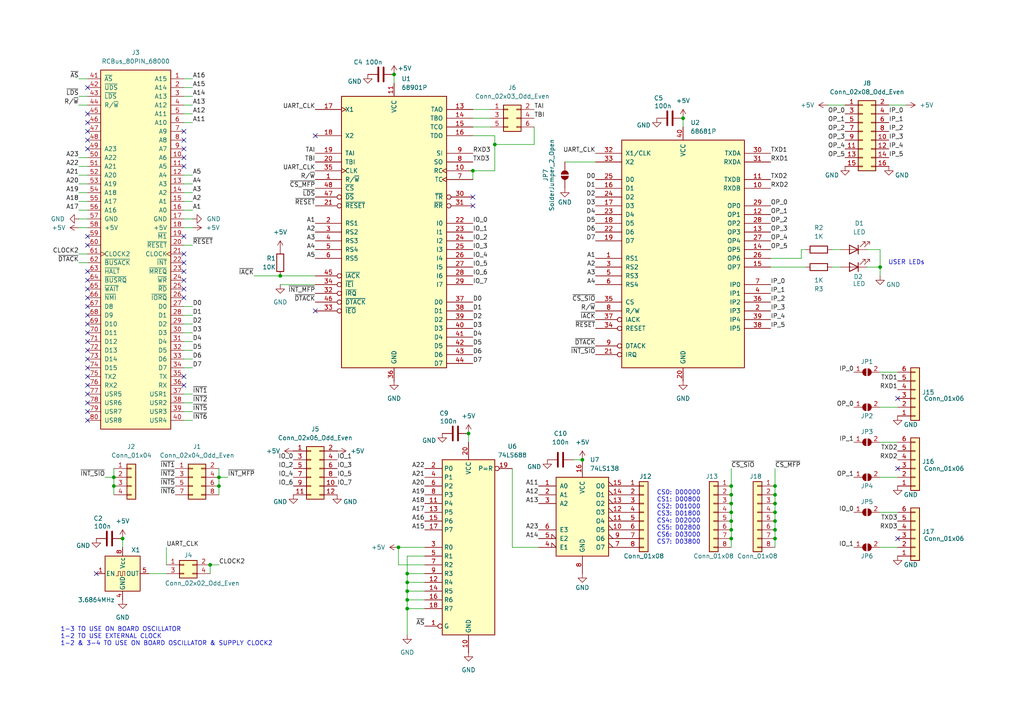
<source format=kicad_sch>
(kicad_sch (version 20250114) (generator "eeschema") (generator_version "9.0")
  (paper "A4")
  (title_block (title "Serial I/O Timer Board") (date "2025-12-10") (rev "1") (comment 1 "SAME ADDRESS RANGE AS THE SIO BOARD") (comment 2 "ADDRESS RANGE: $D00000..$D03FFF"))
  (text "USER LEDs" (at 262.89 76.2 0) (effects (font (size 1.27 1.27))))
  (text "1-3 TO USE ON BOARD OSCILLATOR\n1-2 TO USE EXTERNAL CLOCK\n1-2 & 3-4 TO USE ON BOARD OSCILLATOR & SUPPLY CLOCK2" (at 17.526 184.658 0) (effects (font (size 1.27 1.27)) (justify left)))
  (text "CS0: D00000\nCS1: D00800\nCS2: D01000\nCS3: D01800\nCS4: D02000\nCS5: D02800\nCS6: D03000\nCS7: D03800" (at 196.85 150.114 0) (effects (font (size 1.27 1.27))))
  (junction (at 33.02 140.97))
  (junction (at 212.09 146.05))
  (junction (at 224.79 143.51))
  (junction (at 212.09 143.51))
  (junction (at 60.96 163.83))
  (junction (at 212.09 140.97))
  (junction (at 118.11 176.53))
  (junction (at 168.91 133.35))
  (junction (at 224.79 153.67))
  (junction (at 224.79 156.21))
  (junction (at 224.79 140.97))
  (junction (at 224.79 148.59))
  (junction (at 224.79 146.05))
  (junction (at 135.89 125.73))
  (junction (at 137.16 49.53))
  (junction (at 143.51 41.91))
  (junction (at 118.11 173.99))
  (junction (at 212.09 151.13))
  (junction (at 81.28 80.01))
  (junction (at 224.79 151.13))
  (junction (at 114.3 21.59))
  (junction (at 63.5 138.43))
  (junction (at 255.27 77.47))
  (junction (at 118.11 168.91))
  (junction (at 118.11 166.37))
  (junction (at 33.02 138.43))
  (junction (at 63.5 140.97))
  (junction (at 212.09 156.21))
  (junction (at 212.09 148.59))
  (junction (at 118.11 171.45))
  (junction (at 35.56 156.21))
  (junction (at 115.57 158.75))
  (junction (at 212.09 153.67))
  (junction (at 198.12 34.29))
  (no_connect (at 25.4 109.22))
  (no_connect (at 25.4 33.02))
  (no_connect (at 53.34 40.64))
  (no_connect (at 53.34 81.28))
  (no_connect (at 25.4 78.74))
  (no_connect (at 25.4 35.56))
  (no_connect (at 137.16 59.69))
  (no_connect (at 25.4 121.92))
  (no_connect (at 91.44 39.37))
  (no_connect (at 53.34 109.22))
  (no_connect (at 53.34 111.76))
  (no_connect (at 25.4 88.9))
  (no_connect (at 25.4 104.14))
  (no_connect (at 53.34 38.1))
  (no_connect (at 25.4 91.44))
  (no_connect (at 260.35 135.89))
  (no_connect (at 53.34 45.72))
  (no_connect (at 25.4 111.76))
  (no_connect (at 25.4 99.06))
  (no_connect (at 25.4 81.28))
  (no_connect (at 25.4 68.58))
  (no_connect (at 53.34 48.26))
  (no_connect (at 25.4 119.38))
  (no_connect (at 53.34 86.36))
  (no_connect (at 25.4 93.98))
  (no_connect (at 27.94 166.37))
  (no_connect (at 53.34 78.74))
  (no_connect (at 25.4 96.52))
  (no_connect (at 260.35 115.57))
  (no_connect (at 53.34 73.66))
  (no_connect (at 53.34 76.2))
  (no_connect (at 260.35 156.21))
  (no_connect (at 25.4 116.84))
  (no_connect (at 25.4 25.4))
  (no_connect (at 25.4 114.3))
  (no_connect (at 25.4 106.68))
  (no_connect (at 91.44 90.17))
  (no_connect (at 25.4 38.1))
  (no_connect (at 53.34 68.58))
  (no_connect (at 53.34 83.82))
  (no_connect (at 25.4 83.82))
  (no_connect (at 25.4 43.18))
  (no_connect (at 25.4 71.12))
  (no_connect (at 25.4 101.6))
  (no_connect (at 25.4 86.36))
  (no_connect (at 53.34 43.18))
  (no_connect (at 25.4 40.64))
  (no_connect (at 137.16 57.15))
  (wire (pts (xy 232.41 74.93) (xy 232.41 72.39)))
  (wire (pts (xy 55.88 22.86) (xy 53.34 22.86)))
  (wire (pts (xy 33.02 138.43) (xy 33.02 140.97)))
  (wire (pts (xy 223.52 74.93) (xy 232.41 74.93)))
  (wire (pts (xy 114.3 21.59) (xy 114.3 24.13)))
  (wire (pts (xy 22.86 50.8) (xy 25.4 50.8)))
  (wire (pts (xy 30.48 138.43) (xy 33.02 138.43)))
  (wire (pts (xy 212.09 153.67) (xy 212.09 156.21)))
  (wire (pts (xy 232.41 72.39) (xy 233.68 72.39)))
  (wire (pts (xy 118.11 173.99) (xy 118.11 176.53)))
  (wire (pts (xy 137.16 36.83) (xy 142.24 36.83)))
  (wire (pts (xy 137.16 39.37) (xy 143.51 39.37)))
  (wire (pts (xy 148.59 135.89) (xy 148.59 158.75)))
  (wire (pts (xy 255.27 128.27) (xy 260.35 128.27)))
  (wire (pts (xy 212.09 156.21) (xy 212.09 158.75)))
  (wire (pts (xy 154.94 41.91) (xy 154.94 36.83)))
  (wire (pts (xy 81.28 80.01) (xy 91.44 80.01)))
  (wire (pts (xy 118.11 161.29) (xy 118.11 166.37)))
  (wire (pts (xy 22.86 60.96) (xy 25.4 60.96)))
  (wire (pts (xy 53.34 91.44) (xy 55.88 91.44)))
  (wire (pts (xy 73.66 80.01) (xy 81.28 80.01)))
  (wire (pts (xy 55.88 121.92) (xy 53.34 121.92)))
  (wire (pts (xy 255.27 72.39) (xy 255.27 77.47)))
  (wire (pts (xy 22.86 73.66) (xy 25.4 73.66)))
  (wire (pts (xy 53.34 106.68) (xy 55.88 106.68)))
  (wire (pts (xy 212.09 143.51) (xy 212.09 146.05)))
  (wire (pts (xy 55.88 60.96) (xy 53.34 60.96)))
  (wire (pts (xy 55.88 53.34) (xy 53.34 53.34)))
  (wire (pts (xy 22.86 58.42) (xy 25.4 58.42)))
  (wire (pts (xy 143.51 41.91) (xy 154.94 41.91)))
  (wire (pts (xy 53.34 101.6) (xy 55.88 101.6)))
  (wire (pts (xy 224.79 135.89) (xy 224.79 140.97)))
  (wire (pts (xy 148.59 158.75) (xy 156.21 158.75)))
  (wire (pts (xy 55.88 30.48) (xy 53.34 30.48)))
  (wire (pts (xy 55.88 55.88) (xy 53.34 55.88)))
  (wire (pts (xy 55.88 119.38) (xy 53.34 119.38)))
  (wire (pts (xy 118.11 176.53) (xy 123.19 176.53)))
  (wire (pts (xy 63.5 140.97) (xy 63.5 143.51)))
  (wire (pts (xy 55.88 27.94) (xy 53.34 27.94)))
  (wire (pts (xy 224.79 156.21) (xy 224.79 158.75)))
  (wire (pts (xy 55.88 33.02) (xy 53.34 33.02)))
  (wire (pts (xy 255.27 158.75) (xy 260.35 158.75)))
  (wire (pts (xy 245.11 30.48) (xy 240.03 30.48)))
  (wire (pts (xy 115.57 158.75) (xy 123.19 158.75)))
  (wire (pts (xy 22.86 48.26) (xy 25.4 48.26)))
  (wire (pts (xy 118.11 171.45) (xy 123.19 171.45)))
  (wire (pts (xy 118.11 176.53) (xy 118.11 184.15)))
  (wire (pts (xy 135.89 125.73) (xy 135.89 128.27)))
  (wire (pts (xy 163.83 46.99) (xy 172.72 46.99)))
  (wire (pts (xy 53.34 104.14) (xy 55.88 104.14)))
  (wire (pts (xy 55.88 50.8) (xy 53.34 50.8)))
  (wire (pts (xy 33.02 140.97) (xy 33.02 143.51)))
  (wire (pts (xy 212.09 135.89) (xy 212.09 140.97)))
  (wire (pts (xy 22.86 30.48) (xy 25.4 30.48)))
  (wire (pts (xy 22.86 27.94) (xy 25.4 27.94)))
  (wire (pts (xy 143.51 49.53) (xy 137.16 49.53)))
  (wire (pts (xy 143.51 39.37) (xy 143.51 41.91)))
  (wire (pts (xy 55.88 58.42) (xy 53.34 58.42)))
  (wire (pts (xy 118.11 168.91) (xy 123.19 168.91)))
  (wire (pts (xy 224.79 153.67) (xy 224.79 156.21)))
  (wire (pts (xy 22.86 55.88) (xy 25.4 55.88)))
  (wire (pts (xy 123.19 161.29) (xy 118.11 161.29)))
  (wire (pts (xy 55.88 114.3) (xy 53.34 114.3)))
  (wire (pts (xy 22.86 22.86) (xy 25.4 22.86)))
  (wire (pts (xy 33.02 135.89) (xy 33.02 138.43)))
  (wire (pts (xy 22.86 45.72) (xy 25.4 45.72)))
  (wire (pts (xy 198.12 34.29) (xy 198.12 36.83)))
  (wire (pts (xy 251.46 77.47) (xy 255.27 77.47)))
  (wire (pts (xy 55.88 25.4) (xy 53.34 25.4)))
  (wire (pts (xy 48.26 158.75) (xy 48.26 163.83)))
  (wire (pts (xy 118.11 171.45) (xy 118.11 173.99)))
  (wire (pts (xy 255.27 138.43) (xy 260.35 138.43)))
  (wire (pts (xy 241.3 77.47) (xy 243.84 77.47)))
  (wire (pts (xy 212.09 140.97) (xy 212.09 143.51)))
  (wire (pts (xy 137.16 49.53) (xy 137.16 52.07)))
  (wire (pts (xy 137.16 31.75) (xy 142.24 31.75)))
  (wire (pts (xy 53.34 93.98) (xy 55.88 93.98)))
  (wire (pts (xy 223.52 77.47) (xy 233.68 77.47)))
  (wire (pts (xy 22.86 66.04) (xy 25.4 66.04)))
  (wire (pts (xy 35.56 156.21) (xy 35.56 158.75)))
  (wire (pts (xy 60.96 163.83) (xy 63.5 163.83)))
  (wire (pts (xy 118.11 166.37) (xy 118.11 168.91)))
  (wire (pts (xy 257.81 30.48) (xy 262.89 30.48)))
  (wire (pts (xy 118.11 173.99) (xy 123.19 173.99)))
  (wire (pts (xy 60.96 163.83) (xy 60.96 166.37)))
  (wire (pts (xy 251.46 72.39) (xy 255.27 72.39)))
  (wire (pts (xy 63.5 135.89) (xy 63.5 138.43)))
  (wire (pts (xy 224.79 151.13) (xy 224.79 153.67)))
  (wire (pts (xy 255.27 118.11) (xy 260.35 118.11)))
  (wire (pts (xy 22.86 53.34) (xy 25.4 53.34)))
  (wire (pts (xy 22.86 76.2) (xy 25.4 76.2)))
  (wire (pts (xy 81.28 82.55) (xy 91.44 82.55)))
  (wire (pts (xy 55.88 35.56) (xy 53.34 35.56)))
  (wire (pts (xy 118.11 168.91) (xy 118.11 171.45)))
  (wire (pts (xy 224.79 143.51) (xy 224.79 146.05)))
  (wire (pts (xy 53.34 99.06) (xy 55.88 99.06)))
  (wire (pts (xy 53.34 66.04) (xy 55.88 66.04)))
  (wire (pts (xy 212.09 151.13) (xy 212.09 153.67)))
  (wire (pts (xy 123.19 163.83) (xy 115.57 163.83)))
  (wire (pts (xy 22.86 63.5) (xy 25.4 63.5)))
  (wire (pts (xy 212.09 146.05) (xy 212.09 148.59)))
  (wire (pts (xy 115.57 163.83) (xy 115.57 158.75)))
  (wire (pts (xy 137.16 34.29) (xy 142.24 34.29)))
  (wire (pts (xy 55.88 71.12) (xy 53.34 71.12)))
  (wire (pts (xy 255.27 107.95) (xy 260.35 107.95)))
  (wire (pts (xy 143.51 41.91) (xy 143.51 49.53)))
  (wire (pts (xy 224.79 140.97) (xy 224.79 143.51)))
  (wire (pts (xy 241.3 72.39) (xy 243.84 72.39)))
  (wire (pts (xy 43.18 166.37) (xy 48.26 166.37)))
  (wire (pts (xy 53.34 96.52) (xy 55.88 96.52)))
  (wire (pts (xy 55.88 116.84) (xy 53.34 116.84)))
  (wire (pts (xy 53.34 63.5) (xy 55.88 63.5)))
  (wire (pts (xy 53.34 88.9) (xy 55.88 88.9)))
  (wire (pts (xy 212.09 148.59) (xy 212.09 151.13)))
  (wire (pts (xy 118.11 166.37) (xy 123.19 166.37)))
  (wire (pts (xy 224.79 146.05) (xy 224.79 148.59)))
  (wire (pts (xy 66.04 138.43) (xy 63.5 138.43)))
  (wire (pts (xy 224.79 148.59) (xy 224.79 151.13)))
  (wire (pts (xy 255.27 148.59) (xy 260.35 148.59)))
  (wire (pts (xy 63.5 138.43) (xy 63.5 140.97)))
  (wire (pts (xy 166.37 133.35) (xy 168.91 133.35)))
  (wire (pts (xy 255.27 77.47) (xy 255.27 80.01)))
  (label "TXD2" (at 260.35 130.81 180))
  (label "~{INT2}" (at 50.8 138.43 180))
  (label "RXD3" (at 260.35 153.67 180))
  (label "RXD2" (at 260.35 133.35 180))
  (label "IP_5" (at 257.81 45.72 0))
  (label "~{CS_MFP}" (at 91.44 54.61 180))
  (label "R{slash}~{W}" (at 91.44 52.07 180))
  (label "CLOCK2" (at 22.86 73.66 180))
  (label "A3" (at 91.44 69.85 180))
  (label "A4" (at 91.44 72.39 180))
  (label "IP_3" (at 257.81 40.64 0))
  (label "A3" (at 55.88 55.88 0))
  (label "IP_0" (at 247.65 107.95 180))
  (label "~{AS}" (at 22.86 22.86 180))
  (label "A11" (at 156.21 140.97 180))
  (label "~{INT_MFP}" (at 91.44 85.09 180))
  (label "~{INT5}" (at 50.8 140.97 180))
  (label "~{LDS}" (at 22.86 27.94 180))
  (label "D0" (at 55.88 88.9 0))
  (label "OP_2" (at 245.11 38.1 180))
  (label "A20" (at 123.19 140.97 180))
  (label "TXD2" (at 223.52 52.07 0))
  (label "A1" (at 172.72 74.93 180))
  (label "D3" (at 55.88 96.52 0))
  (label "IO_1" (at 137.16 67.31 0))
  (label "~{CS_MFP}" (at 224.79 135.89 0))
  (label "OP_1" (at 223.52 62.23 0))
  (label "D4" (at 55.88 99.06 0))
  (label "TBI" (at 154.94 34.29 0))
  (label "IP_2" (at 223.52 87.63 0))
  (label "D1" (at 172.72 54.61 180))
  (label "IO_3" (at 97.79 135.89 0))
  (label "OP_4" (at 245.11 43.18 180))
  (label "D5" (at 55.88 101.6 0))
  (label "R{slash}~{W}" (at 172.72 90.17 180))
  (label "IP_1" (at 223.52 85.09 0))
  (label "D2" (at 137.16 92.71 0))
  (label "~{DTACK}" (at 22.86 76.2 180))
  (label "A19" (at 123.19 143.51 180))
  (label "OP_1" (at 247.65 138.43 180))
  (label "A5" (at 91.44 74.93 180))
  (label "A12" (at 156.21 143.51 180))
  (label "IO_0" (at 247.65 148.59 180))
  (label "IP_4" (at 223.52 92.71 0))
  (label "OP_0" (at 245.11 33.02 180))
  (label "~{RESET}" (at 55.88 71.12 0))
  (label "TBI" (at 91.44 46.99 180))
  (label "~{DTACK}" (at 172.72 100.33 180))
  (label "D1" (at 137.16 90.17 0))
  (label "~{LDS}" (at 91.44 57.15 180))
  (label "~{RESET}" (at 91.44 59.69 180))
  (label "TAI" (at 91.44 44.45 180))
  (label "D6" (at 172.72 67.31 180))
  (label "RXD1" (at 223.52 46.99 0))
  (label "A17" (at 123.19 148.59 180))
  (label "A22" (at 123.19 135.89 180))
  (label "A2" (at 91.44 67.31 180))
  (label "~{IACK}" (at 73.66 80.01 180))
  (label "TXD1" (at 260.35 110.49 180))
  (label "IO_3" (at 137.16 72.39 0))
  (label "D7" (at 172.72 69.85 180))
  (label "A14" (at 156.21 156.21 180))
  (label "A15" (at 55.88 25.4 0))
  (label "A2" (at 55.88 58.42 0))
  (label "IO_6" (at 137.16 80.01 0))
  (label "OP_4" (at 223.52 69.85 0))
  (label "A17" (at 22.86 60.96 180))
  (label "D0" (at 172.72 52.07 180))
  (label "IP_2" (at 257.81 38.1 0))
  (label "IO_4" (at 85.09 138.43 180))
  (label "D6" (at 55.88 104.14 0))
  (label "TXD3" (at 137.16 46.99 0))
  (label "RXD3" (at 137.16 44.45 0))
  (label "A12" (at 55.88 33.02 0))
  (label "D4" (at 137.16 97.79 0))
  (label "A23" (at 22.86 45.72 180))
  (label "A14" (at 55.88 27.94 0))
  (label "A4" (at 172.72 82.55 180))
  (label "R{slash}~{W}" (at 22.86 30.48 180))
  (label "~{INT1}" (at 55.88 114.3 0))
  (label "A4" (at 55.88 53.34 0))
  (label "D5" (at 172.72 64.77 180))
  (label "IO_4" (at 137.16 74.93 0))
  (label "A18" (at 123.19 146.05 180))
  (label "A19" (at 22.86 55.88 180))
  (label "~{INT_SIO}" (at 30.48 138.43 180))
  (label "IO_0" (at 85.09 133.35 180))
  (label "D2" (at 55.88 93.98 0))
  (label "TXD1" (at 223.52 44.45 0))
  (label "OP_3" (at 223.52 67.31 0))
  (label "A3" (at 172.72 80.01 180))
  (label "A16" (at 123.19 151.13 180))
  (label "IP_1" (at 257.81 35.56 0))
  (label "A21" (at 22.86 50.8 180))
  (label "D1" (at 55.88 91.44 0))
  (label "UART_CLK" (at 91.44 49.53 180))
  (label "~{CS_SIO}" (at 172.72 87.63 180))
  (label "D5" (at 137.16 100.33 0))
  (label "~{INT1}" (at 50.8 135.89 180))
  (label "IO_1" (at 247.65 158.75 180))
  (label "A20" (at 22.86 53.34 180))
  (label "A1" (at 91.44 64.77 180))
  (label "D2" (at 172.72 57.15 180))
  (label "OP_1" (at 245.11 35.56 180))
  (label "D0" (at 137.16 87.63 0))
  (label "A21" (at 123.19 138.43 180))
  (label "OP_5" (at 223.52 72.39 0))
  (label "D3" (at 137.16 95.25 0))
  (label "OP_3" (at 245.11 40.64 180))
  (label "D6" (at 137.16 102.87 0))
  (label "A15" (at 123.19 153.67 180))
  (label "IO_5" (at 137.16 77.47 0))
  (label "~{INT5}" (at 55.88 119.38 0))
  (label "~{INT_MFP}" (at 66.04 138.43 0))
  (label "~{RESET}" (at 172.72 95.25 180))
  (label "A2" (at 172.72 77.47 180))
  (label "RXD1" (at 260.35 113.03 180))
  (label "UART_CLK" (at 172.72 44.45 180))
  (label "TXD3" (at 260.35 151.13 180))
  (label "~{INT2}" (at 55.88 116.84 0))
  (label "OP_0" (at 247.65 118.11 180))
  (label "A22" (at 22.86 48.26 180))
  (label "~{INT6}" (at 55.88 121.92 0))
  (label "~{IACK}" (at 172.72 92.71 180))
  (label "IO_2" (at 85.09 135.89 180))
  (label "CLOCK2" (at 63.5 163.83 0))
  (label "TAI" (at 154.94 31.75 0))
  (label "RXD2" (at 223.52 54.61 0))
  (label "A18" (at 22.86 58.42 180))
  (label "UART_CLK" (at 48.26 158.75 0))
  (label "IP_1" (at 247.65 128.27 180))
  (label "OP_5" (at 245.11 45.72 180))
  (label "~{INT_SIO}" (at 172.72 102.87 180))
  (label "IO_7" (at 137.16 82.55 0))
  (label "A5" (at 55.88 50.8 0))
  (label "A11" (at 55.88 35.56 0))
  (label "IO_5" (at 97.79 138.43 0))
  (label "IP_0" (at 257.81 33.02 0))
  (label "IP_3" (at 223.52 90.17 0))
  (label "~{AS}" (at 123.19 181.61 180))
  (label "A1" (at 55.88 60.96 0))
  (label "D7" (at 137.16 105.41 0))
  (label "IO_7" (at 97.79 140.97 0))
  (label "IO_6" (at 85.09 140.97 180))
  (label "A13" (at 55.88 30.48 0))
  (label "OP_0" (at 223.52 59.69 0))
  (label "IP_4" (at 257.81 43.18 0))
  (label "D4" (at 172.72 62.23 180))
  (label "IO_1" (at 97.79 133.35 0))
  (label "D7" (at 55.88 106.68 0))
  (label "IO_2" (at 137.16 69.85 0))
  (label "IO_0" (at 137.16 64.77 0))
  (label "IP_0" (at 223.52 82.55 0))
  (label "A13" (at 156.21 146.05 180))
  (label "OP_2" (at 223.52 64.77 0))
  (label "A16" (at 55.88 22.86 0))
  (label "~{INT6}" (at 50.8 143.51 180))
  (label "IP_5" (at 223.52 95.25 0))
  (label "~{DTACK}" (at 91.44 87.63 180))
  (label "A23" (at 156.21 153.67 180))
  (label "UART_CLK" (at 91.44 31.75 180))
  (label "~{CS_SIO}" (at 212.09 135.89 0))
  (label "D3" (at 172.72 59.69 180))
  (symbol (lib_id "Connector_Generic:Conn_01x06") (at 265.43 135.89 0) (mirror x) (unit 1)
    (property "Reference" "J16" (at 269.24 133.858 0))
    (property "Value" "Conn_01x06" (at 273.812 135.89 0))
    (property "Footprint" "Connector_PinSocket_2.54mm:PinSocket_1x06_P2.54mm_Horizontal" (effects (hide yes)))
    (property "Description" "Generic connector, single row, 01x06, right angle" (effects (hide yes)))
  )
  (symbol (lib_id "power:GND") (at 135.89 189.23 0) (unit 1)
    (property "Reference" "#PWR044" (effects (hide yes)))
    (property "Value" "GND" (at 135.89 194.31 0))
  )
  (symbol (lib_id "74xx:74LS138") (at 168.91 148.59 0) (unit 1)
    (property "Reference" "U7" (at 171.1041 133.35 0) (effects (justify left)))
    (property "Value" "74LS138" (at 171.1041 135.89 0) (effects (justify left)))
    (property "Footprint" "Package_DIP:DIP-16_W7.62mm_Socket" (effects (hide yes)))
    (property "Datasheet" "http://www.ti.com/lit/gpn/sn74LS138" (effects (hide yes)))
    (property "Description" "Decoder 3 to 8 active low outputs" (effects (hide yes)))
  )
  (symbol (lib_id "Device:LED") (at 247.65 72.39 180) (unit 1)
    (property "Reference" "D1" (at 249.2375 64.77 0))
    (property "Value" "LED" (at 249.2375 67.31 0))
    (property "Footprint" "LED_THT:LED_D3.0mm" (effects (hide yes)))
    (property "Description" "Light emitting diode" (effects (hide yes)))
    (property "Sim.Pins" "1=K 2=A" (effects (hide yes)))
  )
  (symbol (lib_id "power:GND") (at 257.81 48.26 0) (unit 1)
    (property "Reference" "#PWR033" (effects (hide yes)))
    (property "Value" "GND" (at 261.62 50.8 0))
  )
  (symbol (lib_id "power:GND") (at 255.27 80.01 0) (unit 1)
    (property "Reference" "#PWR031" (effects (hide yes)))
    (property "Value" "GND" (at 259.08 82.55 0))
  )
  (symbol (lib_id "power:GND") (at 27.94 156.21 0) (mirror y) (unit 1)
    (property "Reference" "#PWR04" (effects (hide yes)))
    (property "Value" "GND" (at 24.13 158.242 0))
    (property "Description" "Power symbol creates a global label with name \"GND\" , ground" (effects (hide yes)))
  )
  (symbol (lib_id "Jumper:SolderJumper_2_Open") (at 251.46 107.95 0) (unit 1)
    (property "Reference" "JP1" (at 251.46 104.902 0))
    (property "Value" "SolderJumper" (effects (hide yes)))
    (property "Footprint" "Jumper:SolderJumper-2_P1.3mm_Open_Pad1.0x1.5mm" (effects (hide yes)))
    (property "Description" "Solder Jumper, 2-pole, open" (effects (hide yes)))
  )
  (symbol (lib_id "Device:C") (at 162.56 133.35 90) (unit 1)
    (property "Reference" "C10" (at 162.56 125.73 90))
    (property "Value" "100n" (at 162.56 128.27 90))
    (property "Footprint" "Capacitor_THT:C_Disc_D5.0mm_W2.5mm_P2.50mm" (effects (hide yes)))
    (property "Description" "Unpolarized ceramic capacitor" (effects (hide yes)))
  )
  (symbol (lib_id "power:GND") (at 85.09 143.51 0) (mirror y) (unit 1)
    (property "Reference" "#PWR012" (effects (hide yes)))
    (property "Value" "GND" (at 81.28 145.542 0))
    (property "Description" "Power symbol creates a global label with name \"GND\" , ground" (effects (hide yes)))
  )
  (symbol (lib_name "SolderJumper_2_Open_1") (lib_id "Jumper:SolderJumper_2_Open") (at 163.83 50.8 90) (unit 1) (in_bom no)
    (property "Reference" "JP7" (at 158.242 50.8 0))
    (property "Value" "SolderJumper_2_Open" (at 160.02 50.8 0))
    (property "Footprint" "Jumper:SolderJumper-2_P1.3mm_Open_Pad1.0x1.5mm" (effects (hide yes)))
    (property "Description" "Solder Jumper, 2-pole, open" (effects (hide yes)))
  )
  (symbol (lib_id "power:GND") (at 190.5 34.29 0) (mirror y) (unit 1)
    (property "Reference" "#PWR024" (effects (hide yes)))
    (property "Value" "GND" (at 186.69 36.322 0))
    (property "Description" "Power symbol creates a global label with name \"GND\" , ground" (effects (hide yes)))
  )
  (symbol (lib_id "power:GND") (at 106.68 21.59 0) (mirror y) (unit 1)
    (property "Reference" "#PWR023" (effects (hide yes)))
    (property "Value" "GND" (at 102.87 23.622 0))
    (property "Description" "Power symbol creates a global label with name \"GND\" , ground" (effects (hide yes)))
  )
  (symbol (lib_id "Connector_Generic:Conn_01x04") (at 38.1 138.43 0) (unit 1)
    (property "Reference" "J2" (at 36.83 129.54 0) (effects (justify left)))
    (property "Value" "Conn_01x04" (at 32.258 132.08 0) (effects (justify left)))
    (property "Footprint" "Connector_PinHeader_2.54mm:PinHeader_1x04_P2.54mm_Vertical" (effects (hide yes)))
    (property "Description" "Generic connector, single row, 01x04, script generated (kicad-library-utils/schlib/autogen/connector/)" (effects (hide yes)))
  )
  (symbol (lib_id "Connector_Generic:Conn_02x03_Odd_Even") (at 147.32 34.29 0) (unit 1)
    (property "Reference" "J6" (at 148.59 25.4 0))
    (property "Value" "Conn_02x03_Odd_Even" (at 148.59 27.94 0))
    (property "Footprint" "Connector_PinHeader_2.54mm:PinHeader_2x03_P2.54mm_Horizontal" (effects (hide yes)))
    (property "Description" "Generic connector, double row, 02x03, odd/even pin numbering scheme (row 1 odd numbers, row 2 even numbers), script generated (kicad-library-utils/schlib/autogen/connector/)" (effects (hide yes)))
  )
  (symbol (lib_id "MyLibrary2023:68901P") (at 114.3 67.31 0) (unit 1)
    (property "Reference" "U1" (at 116.4433 22.86 0) (effects (justify left)))
    (property "Value" "68901P" (at 116.4433 25.4 0) (effects (justify left)))
    (property "Footprint" "Package_DIP:DIP-48_W15.24mm" (effects (hide yes)))
    (property "Description" "Parallel Interface" (effects (hide yes)))
  )
  (symbol (lib_id "power:+5V") (at 85.09 130.81 90) (mirror x) (unit 1)
    (property "Reference" "#PWR011" (effects (hide yes)))
    (property "Value" "+5V" (at 81.28 130.81 90) (effects (justify left)))
  )
  (symbol (lib_id "Device:C") (at 110.49 21.59 90) (unit 1)
    (property "Reference" "C4" (at 103.886 18.034 90))
    (property "Value" "100n" (at 108.458 18.034 90))
    (property "Footprint" "Capacitor_THT:C_Disc_D5.0mm_W2.5mm_P2.50mm" (effects (hide yes)))
    (property "Description" "Unpolarized ceramic capacitor" (effects (hide yes)))
  )
  (symbol (lib_id "Jumper:SolderJumper_2_Open") (at 251.46 148.59 0) (unit 1)
    (property "Reference" "JP5" (at 251.46 145.542 0))
    (property "Value" "SolderJumper" (effects (hide yes)))
    (property "Footprint" "Jumper:SolderJumper-2_P1.3mm_Open_Pad1.0x1.5mm" (effects (hide yes)))
    (property "Description" "Solder Jumper, 2-pole, open" (effects (hide yes)))
  )
  (symbol (lib_id "power:+5V") (at 81.28 72.39 0) (mirror y) (unit 1)
    (property "Reference" "#PWR018" (effects (hide yes)))
    (property "Value" "+5V" (at 81.28 67.31 0))
  )
  (symbol (lib_id "Jumper:SolderJumper_2_Open") (at 251.46 158.75 0) (unit 1)
    (property "Reference" "JP6" (at 251.46 161.29 0))
    (property "Value" "SolderJumper" (effects (hide yes)))
    (property "Footprint" "Jumper:SolderJumper-2_P1.3mm_Open_Pad1.0x1.5mm" (effects (hide yes)))
    (property "Description" "Solder Jumper, 2-pole, open" (effects (hide yes)))
  )
  (symbol (lib_id "power:GND") (at 55.88 63.5 90) (mirror x) (unit 1)
    (property "Reference" "#PWR09" (effects (hide yes)))
    (property "Value" "GND" (at 61.976 63.5 90))
    (property "Description" "Power symbol creates a global label with name \"GND\" , ground" (effects (hide yes)))
  )
  (symbol (lib_id "Device:C") (at 31.75 156.21 90) (unit 1)
    (property "Reference" "C2" (at 28.448 150.368 90))
    (property "Value" "100n" (at 29.718 152.654 90))
    (property "Footprint" "Capacitor_THT:C_Disc_D5.0mm_W2.5mm_P2.50mm" (effects (hide yes)))
    (property "Description" "Unpolarized ceramic capacitor" (effects (hide yes)))
  )
  (symbol (lib_id "Device:R") (at 81.28 76.2 180) (unit 1)
    (property "Reference" "R1" (at 80.01 74.93 0) (effects (justify left)))
    (property "Value" "10K" (at 80.01 77.47 0) (effects (justify left)))
    (property "Footprint" "Resistor_THT:R_Axial_DIN0207_L6.3mm_D2.5mm_P7.62mm_Horizontal" (effects (hide yes)))
  )
  (symbol (lib_id "Connector_Generic:Conn_02x04_Odd_Even") (at 55.88 138.43 0) (unit 1)
    (property "Reference" "J1" (at 57.15 129.54 0))
    (property "Value" "Conn_02x04_Odd_Even" (at 57.15 132.08 0))
    (property "Footprint" "MyLibrary2023:PinHeader_2x04_P2.54mm_Vertical" (effects (hide yes)))
    (property "Description" "Generic connector, double row, 02x04" (effects (hide yes)))
  )
  (symbol (lib_id "Device:R") (at 237.49 72.39 90) (unit 1)
    (property "Reference" "R2" (at 237.49 66.04 90))
    (property "Value" "1K" (at 237.49 68.58 90))
    (property "Footprint" "Resistor_THT:R_Axial_DIN0207_L6.3mm_D2.5mm_P7.62mm_Horizontal" (effects (hide yes)))
    (property "Description" "Resistor" (effects (hide yes)))
  )
  (symbol (lib_id "power:+5V") (at 114.3 21.59 0) (unit 1)
    (property "Reference" "#PWR025" (effects (hide yes)))
    (property "Value" "+5V" (at 117.348 19.812 0))
  )
  (symbol (lib_id "power:GND") (at 22.86 63.5 270) (mirror x) (unit 1)
    (property "Reference" "#PWR01" (effects (hide yes)))
    (property "Value" "GND" (at 16.764 63.5 90))
    (property "Description" "Power symbol creates a global label with name \"GND\" , ground" (effects (hide yes)))
  )
  (symbol (lib_id "Connector_Generic:Conn_02x06_Odd_Even") (at 90.17 135.89 0) (unit 1)
    (property "Reference" "J5" (at 91.44 124.46 0))
    (property "Value" "Conn_02x06_Odd_Even" (at 91.44 127 0))
    (property "Footprint" "Connector_PinHeader_2.54mm:PinHeader_2x06_P2.54mm_Horizontal" (effects (hide yes)))
    (property "Description" "Generic connector, double row, 02x06, odd/even pin numbering scheme (row 1 odd numbers, row 2 even numbers), script generated (kicad-library-utils/schlib/autogen/connector/)" (effects (hide yes)))
  )
  (symbol (lib_id "Device:LED") (at 247.65 77.47 180) (unit 1)
    (property "Reference" "D2" (at 248.92 80.264 0))
    (property "Value" "LED" (at 249.174 82.296 0))
    (property "Footprint" "LED_THT:LED_D3.0mm" (effects (hide yes)))
    (property "Description" "Light emitting diode" (effects (hide yes)))
    (property "Sim.Pins" "1=K 2=A" (effects (hide yes)))
  )
  (symbol (lib_id "power:GND") (at 163.83 54.61 0) (mirror y) (unit 1)
    (property "Reference" "#PWR020" (effects (hide yes)))
    (property "Value" "GND" (at 163.83 58.674 0))
    (property "Description" "Power symbol creates a global label with name \"GND\" , ground" (effects (hide yes)))
  )
  (symbol (lib_id "power:GND") (at 260.35 120.65 0) (unit 1)
    (property "Reference" "#PWR049" (effects (hide yes)))
    (property "Value" "GND" (at 264.16 123.19 0))
  )
  (symbol (lib_id "MyLibrary2023:68681P") (at 198.12 74.93 0) (unit 1)
    (property "Reference" "U2" (at 200.2633 35.56 0) (effects (justify left)))
    (property "Value" "68681P" (at 200.2633 38.1 0) (effects (justify left)))
    (property "Footprint" "Package_DIP:DIP-40_W15.24mm_Socket" (effects (hide yes)))
    (property "Description" "DUART" (effects (hide yes)))
  )
  (symbol (lib_id "power:GND") (at 128.27 125.73 0) (mirror y) (unit 1)
    (property "Reference" "#PWR042" (effects (hide yes)))
    (property "Value" "GND" (at 124.46 127.762 0))
    (property "Description" "Power symbol creates a global label with name \"GND\" , ground" (effects (hide yes)))
  )
  (symbol (lib_id "Connector_Generic:Conn_01x08") (at 207.01 148.59 0) (mirror y) (unit 1)
    (property "Reference" "J13" (at 208.28 138.176 0) (effects (justify left)))
    (property "Value" "Conn_01x08" (at 212.852 161.29 0) (effects (justify left)))
    (property "Footprint" "MyLibrary2023:PinHeader_1x08_P2.54mm_Vertical" (effects (hide yes)))
    (property "Description" "Generic connector, single row, 01x08" (effects (hide yes)))
  )
  (symbol (lib_id "Oscillator:CXO_DIP8") (at 35.56 166.37 0) (unit 1)
    (property "Reference" "X1" (at 39.37 159.512 0))
    (property "Value" "3.6864MHz" (at 27.94 173.99 0))
    (property "Footprint" "Oscillator:Oscillator_DIP-8" (effects (hide yes)))
    (property "Datasheet" "http://cdn-reichelt.de/documents/datenblatt/B400/OSZI.pdf" (effects (hide yes)))
    (property "Description" "Crystal Clock Oscillator, DIP8-style metal package" (effects (hide yes)))
  )
  (symbol (lib_id "power:+5V") (at 35.56 156.21 0) (unit 1)
    (property "Reference" "#PWR07" (effects (hide yes)))
    (property "Value" "+5V" (at 35.56 151.13 0))
  )
  (symbol (lib_id "Connector_Generic:Conn_02x02_Odd_Even") (at 53.34 163.83 0) (unit 1)
    (property "Reference" "J4" (at 54.61 161.036 0))
    (property "Value" "Conn_02x02_Odd_Even" (at 58.674 169.164 0))
    (property "Footprint" "Connector_PinHeader_2.54mm:PinHeader_2x02_P2.54mm_Vertical" (effects (hide yes)))
    (property "Description" "Generic connector, double row, 02x02" (effects (hide yes)))
  )
  (symbol (lib_id "power:+5V") (at 55.88 66.04 270) (mirror x) (unit 1)
    (property "Reference" "#PWR010" (effects (hide yes)))
    (property "Value" "+5V" (at 59.69 66.0399 90) (effects (justify left)))
    (property "Description" "Power symbol creates a global label with name \"+5V\"" (effects (hide yes)))
  )
  (symbol (lib_id "power:+5V") (at 198.12 34.29 0) (unit 1)
    (property "Reference" "#PWR027" (effects (hide yes)))
    (property "Value" "+5V" (at 198.12 29.21 0))
  )
  (symbol (lib_id "74xx:74LS688") (at 135.89 158.75 0) (unit 1)
    (property "Reference" "U6" (at 148.59 129.4698 0))
    (property "Value" "74LS688" (at 148.59 132.0098 0))
    (property "Footprint" "MyLibrary2023:DIP-20_W7.62mm_Socket" (effects (hide yes)))
    (property "Datasheet" "http://www.ti.com/lit/gpn/sn74LS688" (effects (hide yes)))
    (property "Description" "8-bit magnitude comparator" (effects (hide yes)))
  )
  (symbol (lib_id "power:GND") (at 260.35 161.29 0) (unit 1)
    (property "Reference" "#PWR051" (effects (hide yes)))
    (property "Value" "GND" (at 264.16 163.83 0))
  )
  (symbol (lib_id "MyLibrary2023:RCBus_80PIN_68000") (at 48.26 71.12 0) (mirror y) (unit 1)
    (property "Reference" "J3" (at 39.37 15.24 0))
    (property "Value" "RCBus_80PIN_68000" (at 39.37 17.78 0))
    (property "Footprint" "MyLibrary2023:RCBus_80p_Medium" (effects (hide yes)))
    (property "Description" "Generic connector, double row, 02x20, right angle" (effects (hide yes)))
  )
  (symbol (lib_id "power:+5V") (at 135.89 125.73 0) (unit 1)
    (property "Reference" "#PWR043" (effects (hide yes)))
    (property "Value" "+5V" (at 135.89 120.65 0))
  )
  (symbol (lib_id "power:GND") (at 158.75 133.35 0) (mirror y) (unit 1)
    (property "Reference" "#PWR045" (effects (hide yes)))
    (property "Value" "GND" (at 154.94 135.382 0))
    (property "Description" "Power symbol creates a global label with name \"GND\" , ground" (effects (hide yes)))
  )
  (symbol (lib_id "power:GND") (at 245.11 48.26 0) (mirror y) (unit 1)
    (property "Reference" "#PWR030" (effects (hide yes)))
    (property "Value" "GND" (at 241.3 50.8 0))
  )
  (symbol (lib_id "Connector_Generic:Conn_01x08") (at 186.69 148.59 0) (unit 1)
    (property "Reference" "J12" (at 185.42 138.176 0) (effects (justify left)))
    (property "Value" "Conn_01x08" (at 180.848 161.29 0) (effects (justify left)))
    (property "Footprint" "MyLibrary2023:PinHeader_1x08_P2.54mm_Vertical" (effects (hide yes)))
    (property "Description" "Generic connector, single row, 01x08" (effects (hide yes)))
  )
  (symbol (lib_id "power:GND") (at 97.79 143.51 0) (unit 1)
    (property "Reference" "#PWR015" (effects (hide yes)))
    (property "Value" "GND" (at 101.6 145.542 0))
    (property "Description" "Power symbol creates a global label with name \"GND\" , ground" (effects (hide yes)))
  )
  (symbol (lib_id "Jumper:SolderJumper_2_Open") (at 251.46 118.11 0) (unit 1)
    (property "Reference" "JP2" (at 251.46 120.65 0))
    (property "Value" "SolderJumper" (effects (hide yes)))
    (property "Footprint" "Jumper:SolderJumper-2_P1.3mm_Open_Pad1.0x1.5mm" (effects (hide yes)))
    (property "Description" "Solder Jumper, 2-pole, open" (effects (hide yes)))
  )
  (symbol (lib_id "Jumper:SolderJumper_2_Open") (at 251.46 138.43 0) (unit 1)
    (property "Reference" "JP4" (at 251.46 140.97 0))
    (property "Value" "SolderJumper" (effects (hide yes)))
    (property "Footprint" "Jumper:SolderJumper-2_P1.3mm_Open_Pad1.0x1.5mm" (effects (hide yes)))
    (property "Description" "Solder Jumper, 2-pole, open" (effects (hide yes)))
  )
  (symbol (lib_id "Device:C") (at 132.08 125.73 90) (unit 1)
    (property "Reference" "C9" (at 128.778 119.888 90))
    (property "Value" "100n" (at 130.048 122.174 90))
    (property "Footprint" "Capacitor_THT:C_Disc_D5.0mm_W2.5mm_P2.50mm" (effects (hide yes)))
    (property "Description" "Unpolarized ceramic capacitor" (effects (hide yes)))
  )
  (symbol (lib_id "power:GND") (at 81.28 82.55 0) (unit 1)
    (property "Reference" "#PWR019" (effects (hide yes)))
    (property "Value" "GND" (at 81.28 87.63 0))
  )
  (symbol (lib_id "Connector_Generic:Conn_02x08_Odd_Even") (at 250.19 38.1 0) (unit 1)
    (property "Reference" "J8" (at 251.46 24.13 0))
    (property "Value" "Conn_02x08_Odd_Even" (at 251.46 26.67 0))
    (property "Footprint" "Connector_PinHeader_2.54mm:PinHeader_2x08_P2.54mm_Horizontal" (effects (hide yes)))
    (property "Description" "Generic connector, double row, 02x08, odd/even pin numbering scheme (row 1 odd numbers, row 2 even numbers), script generated (kicad-library-utils/schlib/autogen/connector/)" (effects (hide yes)))
  )
  (symbol (lib_id "power:GND") (at 118.11 184.15 0) (unit 1)
    (property "Reference" "#PWR041" (effects (hide yes)))
    (property "Value" "GND" (at 118.11 189.23 0))
  )
  (symbol (lib_id "power:GND") (at 198.12 110.49 0) (unit 1)
    (property "Reference" "#PWR028" (effects (hide yes)))
    (property "Value" "GND" (at 198.12 115.57 0))
  )
  (symbol (lib_id "Device:C") (at 194.31 34.29 90) (unit 1)
    (property "Reference" "C5" (at 191.008 28.448 90))
    (property "Value" "100n" (at 192.278 30.734 90))
    (property "Footprint" "Capacitor_THT:C_Disc_D5.0mm_W2.5mm_P2.50mm" (effects (hide yes)))
    (property "Description" "Unpolarized ceramic capacitor" (effects (hide yes)))
  )
  (symbol (lib_id "Jumper:SolderJumper_2_Open") (at 251.46 128.27 0) (unit 1)
    (property "Reference" "JP3" (at 251.46 125.222 0))
    (property "Value" "SolderJumper" (effects (hide yes)))
    (property "Footprint" "Jumper:SolderJumper-2_P1.3mm_Open_Pad1.0x1.5mm" (effects (hide yes)))
    (property "Description" "Solder Jumper, 2-pole, open" (effects (hide yes)))
  )
  (symbol (lib_id "power:+5V") (at 22.86 66.04 90) (mirror x) (unit 1)
    (property "Reference" "#PWR02" (effects (hide yes)))
    (property "Value" "+5V" (at 19.05 66.0399 90) (effects (justify left)))
    (property "Description" "Power symbol creates a global label with name \"+5V\"" (effects (hide yes)))
  )
  (symbol (lib_id "power:GND") (at 114.3 110.49 0) (unit 1)
    (property "Reference" "#PWR026" (effects (hide yes)))
    (property "Value" "GND" (at 114.3 115.57 0))
  )
  (symbol (lib_id "Connector_Generic:Conn_01x06") (at 265.43 115.57 0) (mirror x) (unit 1)
    (property "Reference" "J15" (at 269.24 113.792 0))
    (property "Value" "Conn_01x06" (at 273.812 115.57 0))
    (property "Footprint" "Connector_PinSocket_2.54mm:PinSocket_1x06_P2.54mm_Horizontal" (effects (hide yes)))
    (property "Description" "Generic connector, single row, 01x06, right angle" (effects (hide yes)))
  )
  (symbol (lib_id "power:+5V") (at 240.03 30.48 90) (mirror x) (unit 1)
    (property "Reference" "#PWR029" (effects (hide yes)))
    (property "Value" "+5V" (at 236.22 30.48 90) (effects (justify left)))
  )
  (symbol (lib_id "power:GND") (at 168.91 166.37 0) (unit 1)
    (property "Reference" "#PWR047" (effects (hide yes)))
    (property "Value" "GND" (at 168.91 170.434 0))
  )
  (symbol (lib_id "power:+5V") (at 115.57 158.75 90) (unit 1)
    (property "Reference" "#PWR040" (effects (hide yes)))
    (property "Value" "+5V" (at 111.76 158.7499 90) (effects (justify left)))
  )
  (symbol (lib_id "Connector_Generic:Conn_01x06") (at 265.43 156.21 0) (mirror x) (unit 1)
    (property "Reference" "J17" (at 269.24 154.178 0))
    (property "Value" "Conn_01x06" (at 273.812 156.21 0))
    (property "Footprint" "Connector_PinSocket_2.54mm:PinSocket_1x06_P2.54mm_Horizontal" (effects (hide yes)))
    (property "Description" "Generic connector, single row, 01x06, right angle" (effects (hide yes)))
  )
  (symbol (lib_id "power:+5V") (at 168.91 133.35 0) (unit 1)
    (property "Reference" "#PWR046" (effects (hide yes)))
    (property "Value" "+5V" (at 168.91 128.27 0))
  )
  (symbol (lib_id "Device:R") (at 237.49 77.47 90) (unit 1)
    (property "Reference" "R3" (at 237.49 83.82 90))
    (property "Value" "1K" (at 237.49 81.28 90))
    (property "Footprint" "Resistor_THT:R_Axial_DIN0207_L6.3mm_D2.5mm_P7.62mm_Horizontal" (effects (hide yes)))
    (property "Description" "Resistor" (effects (hide yes)))
  )
  (symbol (lib_id "power:+5V") (at 97.79 130.81 270) (unit 1)
    (property "Reference" "#PWR014" (effects (hide yes)))
    (property "Value" "+5V" (at 101.6 130.81 90) (effects (justify left)))
  )
  (symbol (lib_id "power:GND") (at 260.35 140.97 0) (unit 1)
    (property "Reference" "#PWR050" (effects (hide yes)))
    (property "Value" "GND" (at 264.16 143.51 0))
  )
  (symbol (lib_id "Connector_Generic:Conn_01x08") (at 219.71 148.59 0) (mirror y) (unit 1)
    (property "Reference" "J18" (at 220.98 138.176 0) (effects (justify left)))
    (property "Value" "Conn_01x08" (at 225.552 161.29 0) (effects (justify left)))
    (property "Footprint" "MyLibrary2023:PinHeader_1x08_P2.54mm_Vertical" (effects (hide yes)))
    (property "Description" "Generic connector, single row, 01x08" (effects (hide yes)))
  )
  (symbol (lib_id "power:+5V") (at 262.89 30.48 270) (unit 1)
    (property "Reference" "#PWR035" (effects (hide yes)))
    (property "Value" "+5V" (at 266.7 30.48 90) (effects (justify left)))
  )
  (symbol (lib_id "power:GND") (at 35.56 173.99 0) (unit 1)
    (property "Reference" "#PWR08" (effects (hide yes)))
    (property "Value" "GND" (at 35.56 179.07 0))
  )
)
</source>
